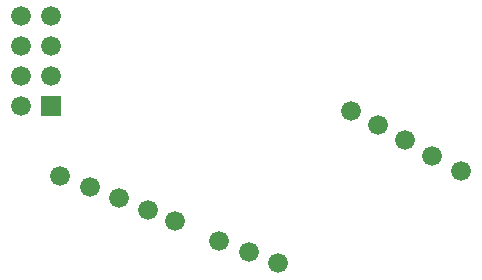
<source format=gbs>
G04 Layer: BottomSolderMaskLayer*
G04 EasyEDA v6.5.3, 2022-04-30 06:46:22*
G04 ee3e3f8623474824adc305f6a8106e34,debd25b7e7f645e7808fdd9718494454,10*
G04 Gerber Generator version 0.2*
G04 Scale: 100 percent, Rotated: No, Reflected: No *
G04 Dimensions in millimeters *
G04 leading zeros omitted , absolute positions ,4 integer and 5 decimal *
%FSLAX45Y45*%
%MOMM*%

%ADD19C,1.6764*%

%LPD*%
D19*
G01*
X15914116Y6304432D03*
G36*
X16084295Y5458713D02*
G01*
X16084295Y5626354D01*
X16251936Y5626354D01*
X16251936Y5458713D01*
G37*
G01*
X15914116Y5542432D03*
G01*
X16168116Y5796432D03*
G01*
X15914116Y5796432D03*
G01*
X16168116Y6050432D03*
G01*
X15914116Y6050432D03*
G01*
X16168116Y6304432D03*
G01*
X16243300Y4953000D03*
G01*
X16492220Y4857495D03*
G01*
X16741140Y4761737D03*
G01*
X16990263Y4666259D03*
G01*
X17590516Y4401057D03*
G01*
X17839512Y4305452D03*
G01*
X18088483Y4209872D03*
G01*
X19634200Y4991100D03*
G01*
X19392900Y5118100D03*
G01*
X19164300Y5257800D03*
G01*
X18935700Y5384800D03*
G01*
X17211344Y4568570D03*
G01*
X18707100Y5499100D03*
M02*

</source>
